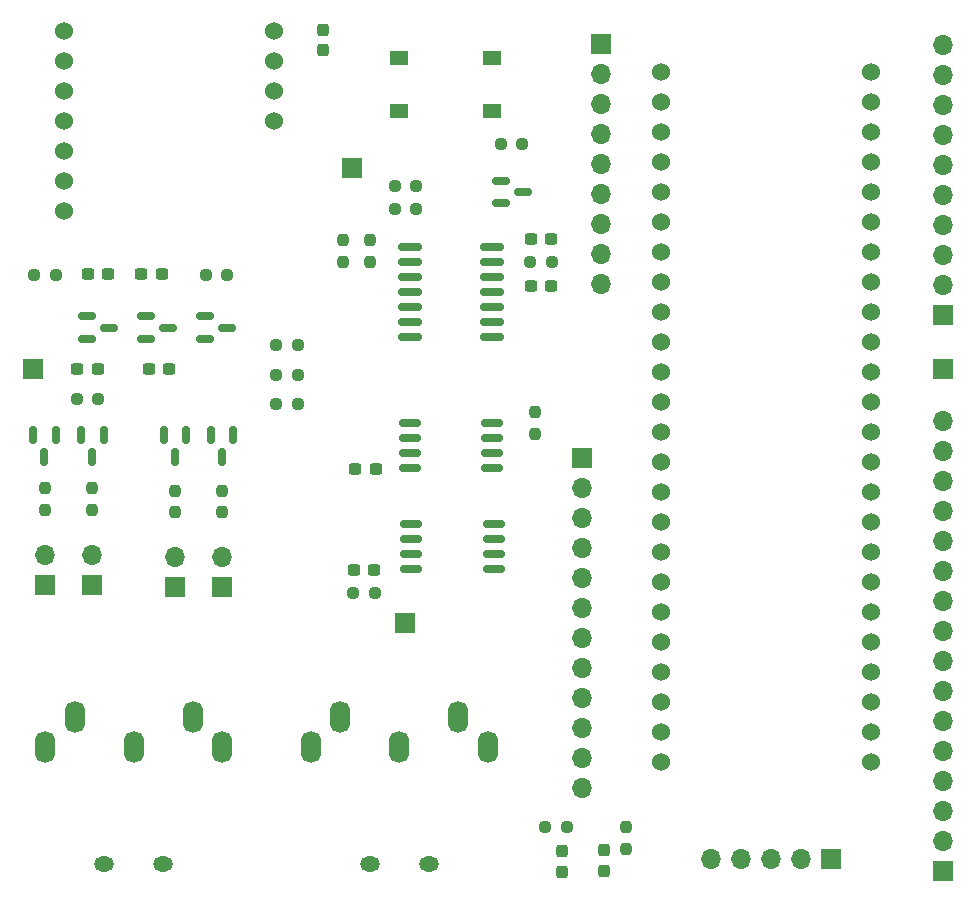
<source format=gbr>
%TF.GenerationSoftware,KiCad,Pcbnew,6.0.11+dfsg-1*%
%TF.CreationDate,2024-04-01T21:04:22+01:00*%
%TF.ProjectId,filestick-prototype,66696c65-7374-4696-936b-2d70726f746f,rev?*%
%TF.SameCoordinates,Original*%
%TF.FileFunction,Soldermask,Top*%
%TF.FilePolarity,Negative*%
%FSLAX46Y46*%
G04 Gerber Fmt 4.6, Leading zero omitted, Abs format (unit mm)*
G04 Created by KiCad (PCBNEW 6.0.11+dfsg-1) date 2024-04-01 21:04:22*
%MOMM*%
%LPD*%
G01*
G04 APERTURE LIST*
G04 Aperture macros list*
%AMRoundRect*
0 Rectangle with rounded corners*
0 $1 Rounding radius*
0 $2 $3 $4 $5 $6 $7 $8 $9 X,Y pos of 4 corners*
0 Add a 4 corners polygon primitive as box body*
4,1,4,$2,$3,$4,$5,$6,$7,$8,$9,$2,$3,0*
0 Add four circle primitives for the rounded corners*
1,1,$1+$1,$2,$3*
1,1,$1+$1,$4,$5*
1,1,$1+$1,$6,$7*
1,1,$1+$1,$8,$9*
0 Add four rect primitives between the rounded corners*
20,1,$1+$1,$2,$3,$4,$5,0*
20,1,$1+$1,$4,$5,$6,$7,0*
20,1,$1+$1,$6,$7,$8,$9,0*
20,1,$1+$1,$8,$9,$2,$3,0*%
G04 Aperture macros list end*
%ADD10O,1.700000X2.700000*%
%ADD11O,1.700000X1.300000*%
%ADD12R,1.700000X1.700000*%
%ADD13O,1.700000X1.700000*%
%ADD14RoundRect,0.237500X-0.250000X-0.237500X0.250000X-0.237500X0.250000X0.237500X-0.250000X0.237500X0*%
%ADD15RoundRect,0.237500X0.237500X-0.300000X0.237500X0.300000X-0.237500X0.300000X-0.237500X-0.300000X0*%
%ADD16RoundRect,0.237500X-0.300000X-0.237500X0.300000X-0.237500X0.300000X0.237500X-0.300000X0.237500X0*%
%ADD17RoundRect,0.237500X0.237500X-0.250000X0.237500X0.250000X-0.237500X0.250000X-0.237500X-0.250000X0*%
%ADD18RoundRect,0.237500X-0.237500X0.250000X-0.237500X-0.250000X0.237500X-0.250000X0.237500X0.250000X0*%
%ADD19RoundRect,0.150000X0.837500X0.150000X-0.837500X0.150000X-0.837500X-0.150000X0.837500X-0.150000X0*%
%ADD20RoundRect,0.150000X-0.587500X-0.150000X0.587500X-0.150000X0.587500X0.150000X-0.587500X0.150000X0*%
%ADD21RoundRect,0.150000X-0.150000X0.587500X-0.150000X-0.587500X0.150000X-0.587500X0.150000X0.587500X0*%
%ADD22R,1.550000X1.300000*%
%ADD23C,1.524000*%
%ADD24RoundRect,0.150000X0.800000X0.150000X-0.800000X0.150000X-0.800000X-0.150000X0.800000X-0.150000X0*%
%ADD25RoundRect,0.237500X0.237500X-0.287500X0.237500X0.287500X-0.237500X0.287500X-0.237500X-0.287500X0*%
%ADD26RoundRect,0.237500X0.250000X0.237500X-0.250000X0.237500X-0.250000X-0.237500X0.250000X-0.237500X0*%
%ADD27RoundRect,0.237500X0.300000X0.237500X-0.300000X0.237500X-0.300000X-0.237500X0.300000X-0.237500X0*%
G04 APERTURE END LIST*
D10*
%TO.C,J1*%
X131500000Y-114005000D03*
X139000000Y-114005000D03*
X146500000Y-114005000D03*
X134000000Y-111505000D03*
X144000000Y-111505000D03*
D11*
X141500000Y-123905000D03*
X136500000Y-123905000D03*
%TD*%
D12*
%TO.C,TP2*%
X154500000Y-89525000D03*
D13*
X154500000Y-92065000D03*
X154500000Y-94605000D03*
X154500000Y-97145000D03*
X154500000Y-99685000D03*
X154500000Y-102225000D03*
X154500000Y-104765000D03*
X154500000Y-107305000D03*
X154500000Y-109845000D03*
X154500000Y-112385000D03*
X154500000Y-114925000D03*
X154500000Y-117465000D03*
%TD*%
D14*
%TO.C,R5*%
X128587500Y-85000000D03*
X130412500Y-85000000D03*
%TD*%
D15*
%TO.C,C9*%
X132500000Y-55000000D03*
X132500000Y-53275000D03*
%TD*%
D16*
%TO.C,C8*%
X150137500Y-71000000D03*
X151862500Y-71000000D03*
%TD*%
D12*
%TO.C,TP3*%
X185000000Y-82000000D03*
%TD*%
%TO.C,JP1*%
X124000000Y-100500000D03*
D13*
X124000000Y-97960000D03*
%TD*%
D16*
%TO.C,C6*%
X150137500Y-74990000D03*
X151862500Y-74990000D03*
%TD*%
D17*
%TO.C,R1*%
X150500000Y-87500000D03*
X150500000Y-85675000D03*
%TD*%
D16*
%TO.C,C7*%
X111725000Y-82010000D03*
X113450000Y-82010000D03*
%TD*%
D14*
%TO.C,R12*%
X135087500Y-101000000D03*
X136912500Y-101000000D03*
%TD*%
D17*
%TO.C,R14*%
X136500000Y-72912500D03*
X136500000Y-71087500D03*
%TD*%
D16*
%TO.C,C2*%
X135137500Y-99000000D03*
X136862500Y-99000000D03*
%TD*%
D14*
%TO.C,R19*%
X151337500Y-120800000D03*
X153162500Y-120800000D03*
%TD*%
D18*
%TO.C,R9*%
X109000000Y-92087500D03*
X109000000Y-93912500D03*
%TD*%
D14*
%TO.C,R15*%
X138587500Y-68500000D03*
X140412500Y-68500000D03*
%TD*%
D19*
%TO.C,U2*%
X146822500Y-79310000D03*
X146822500Y-78040000D03*
X146822500Y-76770000D03*
X146822500Y-75500000D03*
X146822500Y-74230000D03*
X146822500Y-72960000D03*
X146822500Y-71690000D03*
X139897500Y-71690000D03*
X139897500Y-72960000D03*
X139897500Y-74230000D03*
X139897500Y-75500000D03*
X139897500Y-76770000D03*
X139897500Y-78040000D03*
X139897500Y-79310000D03*
%TD*%
D10*
%TO.C,J2*%
X109000000Y-114005000D03*
X116500000Y-114005000D03*
X124000000Y-114005000D03*
X111500000Y-111505000D03*
X121500000Y-111505000D03*
D11*
X119000000Y-123905000D03*
X114000000Y-123905000D03*
%TD*%
D20*
%TO.C,D1*%
X122562500Y-77550000D03*
X122562500Y-79450000D03*
X124437500Y-78500000D03*
%TD*%
%TO.C,Q5*%
X147562500Y-66050000D03*
X147562500Y-67950000D03*
X149437500Y-67000000D03*
%TD*%
D21*
%TO.C,Q2*%
X113950000Y-87562500D03*
X112050000Y-87562500D03*
X113000000Y-89437500D03*
%TD*%
D22*
%TO.C,SW1*%
X138925000Y-55700000D03*
X146875000Y-55700000D03*
X138925000Y-60200000D03*
X146875000Y-60200000D03*
%TD*%
D23*
%TO.C,U5*%
X110610000Y-53357500D03*
X110610000Y-55897500D03*
X110610000Y-58437500D03*
X110610000Y-60977500D03*
X110610000Y-63517500D03*
X110610000Y-66057500D03*
X110610000Y-68597500D03*
X128390000Y-60977500D03*
X128390000Y-58437500D03*
X128390000Y-55897500D03*
X128390000Y-53357500D03*
%TD*%
D16*
%TO.C,C5*%
X117775000Y-82000000D03*
X119500000Y-82000000D03*
%TD*%
D12*
%TO.C,J3*%
X156060000Y-54530000D03*
D13*
X156060000Y-57070000D03*
X156060000Y-59610000D03*
X156060000Y-62150000D03*
X156060000Y-64690000D03*
X156060000Y-67230000D03*
X156060000Y-69770000D03*
X156060000Y-72310000D03*
X156060000Y-74850000D03*
%TD*%
D12*
%TO.C,JP3*%
X109000000Y-100275000D03*
D13*
X109000000Y-97735000D03*
%TD*%
D21*
%TO.C,Q4*%
X120950000Y-87562500D03*
X119050000Y-87562500D03*
X120000000Y-89437500D03*
%TD*%
D14*
%TO.C,R18*%
X147587500Y-63000000D03*
X149412500Y-63000000D03*
%TD*%
D18*
%TO.C,R8*%
X113000000Y-92087500D03*
X113000000Y-93912500D03*
%TD*%
%TO.C,R20*%
X158200000Y-120787500D03*
X158200000Y-122612500D03*
%TD*%
D16*
%TO.C,C4*%
X117137500Y-74000000D03*
X118862500Y-74000000D03*
%TD*%
D12*
%TO.C,J5*%
X185000000Y-124550000D03*
D13*
X185000000Y-122010000D03*
X185000000Y-119470000D03*
X185000000Y-116930000D03*
X185000000Y-114390000D03*
X185000000Y-111850000D03*
X185000000Y-109310000D03*
X185000000Y-106770000D03*
X185000000Y-104230000D03*
X185000000Y-101690000D03*
X185000000Y-99150000D03*
X185000000Y-96610000D03*
X185000000Y-94070000D03*
X185000000Y-91530000D03*
X185000000Y-88990000D03*
X185000000Y-86450000D03*
%TD*%
D17*
%TO.C,R10*%
X120022500Y-94137500D03*
X120022500Y-92312500D03*
%TD*%
D12*
%TO.C,JP4*%
X113000000Y-100275000D03*
D13*
X113000000Y-97735000D03*
%TD*%
D23*
%TO.C,U4*%
X161140000Y-56870000D03*
X161140000Y-59410000D03*
X161140000Y-61950000D03*
X161140000Y-64490000D03*
X161140000Y-67030000D03*
X161140000Y-69570000D03*
X161140000Y-72110000D03*
X161140000Y-74650000D03*
X161140000Y-77190000D03*
X161140000Y-79730000D03*
X161140000Y-82270000D03*
X161140000Y-84810000D03*
X161140000Y-87350000D03*
X161140000Y-89890000D03*
X161140000Y-92430000D03*
X161140000Y-94970000D03*
X161140000Y-97510000D03*
X161140000Y-100050000D03*
X161140000Y-102590000D03*
X161140000Y-105130000D03*
X161140000Y-107670000D03*
X161140000Y-110210000D03*
X161140000Y-112750000D03*
X161140000Y-115290000D03*
X178920000Y-115290000D03*
X178920000Y-112750000D03*
X178920000Y-110210000D03*
X178920000Y-107670000D03*
X178920000Y-105130000D03*
X178920000Y-102590000D03*
X178920000Y-100050000D03*
X178920000Y-97510000D03*
X178920000Y-94970000D03*
X178920000Y-92430000D03*
X178920000Y-89890000D03*
X178920000Y-87350000D03*
X178920000Y-84810000D03*
X178920000Y-82270000D03*
X178920000Y-79730000D03*
X178920000Y-77190000D03*
X178920000Y-74650000D03*
X178920000Y-72110000D03*
X178920000Y-69570000D03*
X178920000Y-67030000D03*
X178920000Y-64490000D03*
X178920000Y-61950000D03*
X178920000Y-59410000D03*
X178920000Y-56870000D03*
%TD*%
D21*
%TO.C,Q1*%
X109887500Y-87562500D03*
X107987500Y-87562500D03*
X108937500Y-89437500D03*
%TD*%
D18*
%TO.C,R7*%
X124000000Y-92312500D03*
X124000000Y-94137500D03*
%TD*%
D12*
%TO.C,JP2*%
X120000000Y-100500000D03*
D13*
X120000000Y-97960000D03*
%TD*%
D12*
%TO.C,J6*%
X185000000Y-77425000D03*
D13*
X185000000Y-74885000D03*
X185000000Y-72345000D03*
X185000000Y-69805000D03*
X185000000Y-67265000D03*
X185000000Y-64725000D03*
X185000000Y-62185000D03*
X185000000Y-59645000D03*
X185000000Y-57105000D03*
X185000000Y-54565000D03*
%TD*%
D12*
%TO.C,TP4*%
X135000000Y-65000000D03*
%TD*%
D24*
%TO.C,U1*%
X147000000Y-98905000D03*
X147000000Y-97635000D03*
X147000000Y-96365000D03*
X147000000Y-95095000D03*
X140000000Y-95095000D03*
X140000000Y-96365000D03*
X140000000Y-97635000D03*
X140000000Y-98905000D03*
%TD*%
D12*
%TO.C,TP5*%
X139500000Y-103500000D03*
%TD*%
D25*
%TO.C,D5*%
X152800000Y-124575000D03*
X152800000Y-122825000D03*
%TD*%
D14*
%TO.C,R17*%
X108087500Y-74022500D03*
X109912500Y-74022500D03*
%TD*%
D24*
%TO.C,U3*%
X146860000Y-90405000D03*
X146860000Y-89135000D03*
X146860000Y-87865000D03*
X146860000Y-86595000D03*
X139860000Y-86595000D03*
X139860000Y-87865000D03*
X139860000Y-89135000D03*
X139860000Y-90405000D03*
%TD*%
D14*
%TO.C,R16*%
X138587500Y-66522500D03*
X140412500Y-66522500D03*
%TD*%
%TO.C,R4*%
X128587500Y-82500000D03*
X130412500Y-82500000D03*
%TD*%
D26*
%TO.C,R3*%
X130412500Y-80000000D03*
X128587500Y-80000000D03*
%TD*%
D18*
%TO.C,R13*%
X134252500Y-71087500D03*
X134252500Y-72912500D03*
%TD*%
D21*
%TO.C,Q3*%
X124950000Y-87562500D03*
X123050000Y-87562500D03*
X124000000Y-89437500D03*
%TD*%
D27*
%TO.C,C3*%
X114362500Y-74000000D03*
X112637500Y-74000000D03*
%TD*%
D26*
%TO.C,R11*%
X151912500Y-72977500D03*
X150087500Y-72977500D03*
%TD*%
D25*
%TO.C,D6*%
X156350000Y-124475000D03*
X156350000Y-122725000D03*
%TD*%
D12*
%TO.C,J4*%
X175575000Y-123500000D03*
D13*
X173035000Y-123500000D03*
X170495000Y-123500000D03*
X167955000Y-123500000D03*
X165415000Y-123500000D03*
%TD*%
D27*
%TO.C,C1*%
X137000000Y-90500000D03*
X135275000Y-90500000D03*
%TD*%
D20*
%TO.C,D3*%
X112562500Y-77550000D03*
X112562500Y-79450000D03*
X114437500Y-78500000D03*
%TD*%
D14*
%TO.C,R6*%
X111675000Y-84545000D03*
X113500000Y-84545000D03*
%TD*%
D26*
%TO.C,R2*%
X124412500Y-74022500D03*
X122587500Y-74022500D03*
%TD*%
D20*
%TO.C,D2*%
X117562500Y-77550000D03*
X117562500Y-79450000D03*
X119437500Y-78500000D03*
%TD*%
D12*
%TO.C,TP1*%
X108000000Y-82000000D03*
%TD*%
M02*

</source>
